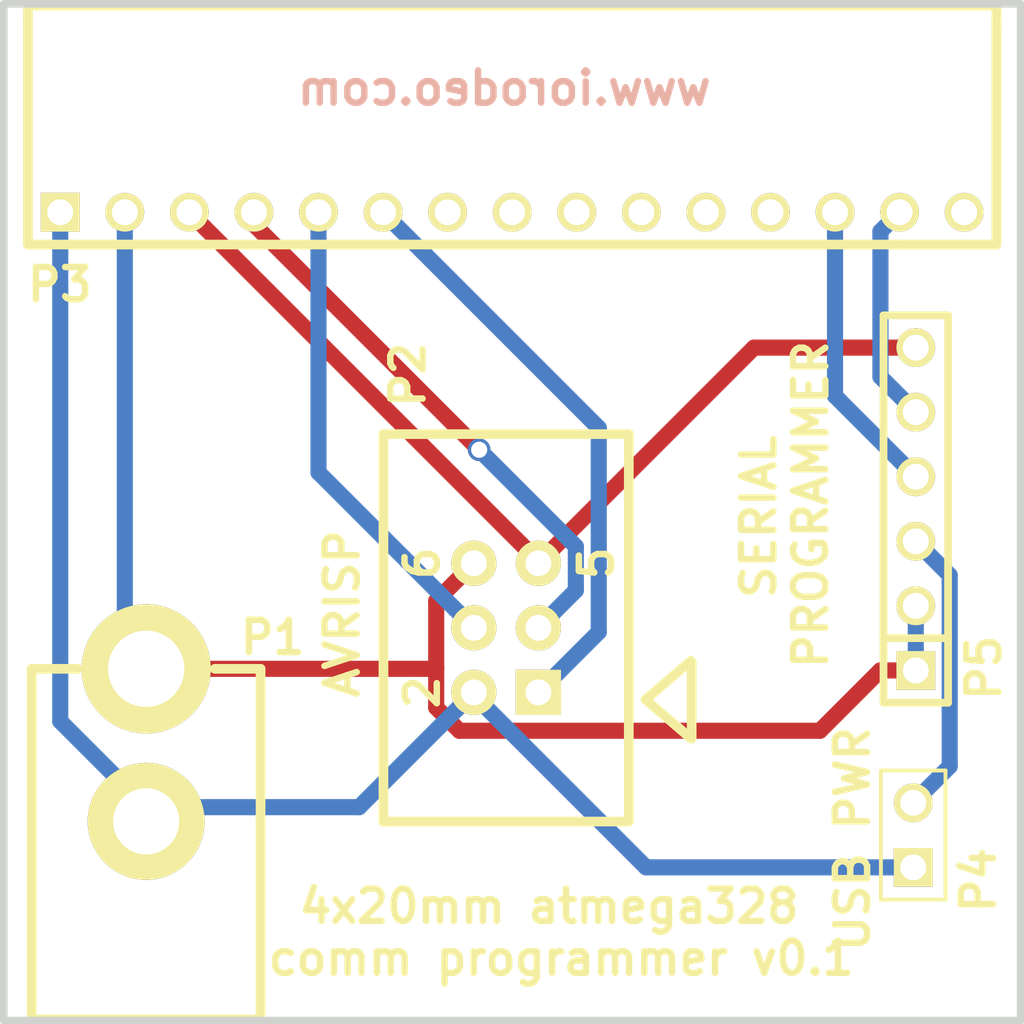
<source format=kicad_pcb>
(kicad_pcb (version 3) (host pcbnew "(2013-mar-13)-testing")

  (general
    (links 15)
    (no_connects 0)
    (area 47.63262 49.627499 90.150001 90.406221)
    (thickness 1.6)
    (drawings 9)
    (tracks 42)
    (zones 0)
    (modules 5)
    (nets 17)
  )

  (page A4)
  (layers
    (15 F.Cu signal)
    (0 B.Cu signal)
    (16 B.Adhes user)
    (17 F.Adhes user)
    (18 B.Paste user)
    (19 F.Paste user)
    (20 B.SilkS user)
    (21 F.SilkS user)
    (22 B.Mask user)
    (23 F.Mask user)
    (24 Dwgs.User user)
    (25 Cmts.User user)
    (26 Eco1.User user)
    (27 Eco2.User user)
    (28 Edge.Cuts user)
  )

  (setup
    (last_trace_width 0.635)
    (trace_clearance 0.254)
    (zone_clearance 0.508)
    (zone_45_only no)
    (trace_min 0.254)
    (segment_width 0.2)
    (edge_width 0.1)
    (via_size 0.889)
    (via_drill 0.635)
    (via_min_size 0.889)
    (via_min_drill 0.508)
    (uvia_size 0.508)
    (uvia_drill 0.127)
    (uvias_allowed no)
    (uvia_min_size 0.508)
    (uvia_min_drill 0.127)
    (pcb_text_width 0.3)
    (pcb_text_size 1.5 1.5)
    (mod_edge_width 0.15)
    (mod_text_size 1 1)
    (mod_text_width 0.15)
    (pad_size 1.5 1.5)
    (pad_drill 0.6)
    (pad_to_mask_clearance 0)
    (aux_axis_origin 0 0)
    (visible_elements FFFFFF7F)
    (pcbplotparams
      (layerselection 284196865)
      (usegerberextensions true)
      (excludeedgelayer true)
      (linewidth 0.150000)
      (plotframeref false)
      (viasonmask false)
      (mode 1)
      (useauxorigin false)
      (hpglpennumber 1)
      (hpglpenspeed 20)
      (hpglpendiameter 15)
      (hpglpenoverlay 2)
      (psnegative false)
      (psa4output false)
      (plotreference true)
      (plotvalue true)
      (plotothertext true)
      (plotinvisibletext false)
      (padsonsilk false)
      (subtractmaskfromsilk false)
      (outputformat 1)
      (mirror false)
      (drillshape 0)
      (scaleselection 1)
      (outputdirectory gerber_v0p1/))
  )

  (net 0 "")
  (net 1 +5V)
  (net 2 /MISO)
  (net 3 /MOSI)
  (net 4 /RX)
  (net 5 /SCK)
  (net 6 /TX)
  (net 7 /~RST)
  (net 8 GND)
  (net 9 N-0000010)
  (net 10 N-0000011)
  (net 11 N-0000014)
  (net 12 N-000005)
  (net 13 N-000006)
  (net 14 N-000007)
  (net 15 N-000008)
  (net 16 N-000009)

  (net_class Default "This is the default net class."
    (clearance 0.254)
    (trace_width 0.635)
    (via_dia 0.889)
    (via_drill 0.635)
    (uvia_dia 0.508)
    (uvia_drill 0.127)
    (add_net "")
    (add_net +5V)
    (add_net /MISO)
    (add_net /MOSI)
    (add_net /RX)
    (add_net /SCK)
    (add_net /TX)
    (add_net /~RST)
    (add_net GND)
    (add_net N-0000010)
    (add_net N-0000011)
    (add_net N-0000014)
    (add_net N-000005)
    (add_net N-000006)
    (add_net N-000007)
    (add_net N-000008)
    (add_net N-000009)
  )

  (module DCJACK_2PIN (layer F.Cu) (tedit 52412CDE) (tstamp 5240C0DC)
    (at 55.6006 76.1619 270)
    (path /5240B8CC)
    (fp_text reference P1 (at -1.2319 -4.9784 360) (layer F.SilkS)
      (effects (font (size 1.27 1.27) (thickness 0.254)))
    )
    (fp_text value CONN_2 (at 7.8994 6.79958 270) (layer F.SilkS) hide
      (effects (font (thickness 0.3048)))
    )
    (fp_line (start 0 -2.70002) (end 0 -4.50088) (layer F.SilkS) (width 0.381))
    (fp_line (start 0 -4.50088) (end 13.79982 -4.50088) (layer F.SilkS) (width 0.381))
    (fp_line (start 13.79982 -4.50088) (end 13.79982 4.39928) (layer F.SilkS) (width 0.381))
    (fp_line (start 13.79982 4.39928) (end 13.79982 4.50088) (layer F.SilkS) (width 0.381))
    (fp_line (start 13.79982 4.50088) (end 0 4.50088) (layer F.SilkS) (width 0.381))
    (fp_line (start 0 4.50088) (end 0 2.70002) (layer F.SilkS) (width 0.381))
    (pad 1 thru_hole circle (at 0 0 270) (size 5.08 5.08) (drill 2.99974)
      (layers *.Cu *.Mask F.SilkS)
      (net 8 GND)
    )
    (pad 2 thru_hole circle (at 5.99948 0 270) (size 4.59994 4.59994) (drill 2.60096)
      (layers *.Cu *.Mask F.SilkS)
      (net 1 +5V)
    )
  )

  (module 3X2_SHRD_HEADER (layer F.Cu) (tedit 52412CF1) (tstamp 5240C0F0)
    (at 69.7611 74.549 90)
    (path /5240BA0F)
    (fp_text reference P2 (at 9.9568 -3.8608 90) (layer F.SilkS)
      (effects (font (size 1.27 1.27) (thickness 0.254)))
    )
    (fp_text value CONN_3X2 (at 5.19938 6.2992 90) (layer F.SilkS) hide
      (effects (font (thickness 0.3048)))
    )
    (fp_text user 5 (at 2.54 3.556 90) (layer F.SilkS)
      (effects (font (size 1.27 1.27) (thickness 0.254)))
    )
    (fp_text user 6 (at 2.54 -3.302 90) (layer F.SilkS)
      (effects (font (size 1.27 1.27) (thickness 0.254)))
    )
    (fp_line (start -7.62 4.826) (end 7.62 4.826) (layer F.SilkS) (width 0.381))
    (fp_line (start -7.62 -4.826) (end 7.62 -4.826) (layer F.SilkS) (width 0.381))
    (fp_line (start 7.62 -4.826) (end 7.62 4.826) (layer F.SilkS) (width 0.381))
    (fp_line (start -7.62 4.826) (end -7.62 -4.826) (layer F.SilkS) (width 0.381))
    (fp_line (start -4.36118 7.29996) (end -1.3589 7.29996) (layer F.SilkS) (width 0.381))
    (fp_text user 2 (at -2.54 -3.302 90) (layer F.SilkS)
      (effects (font (size 1.27 1.27) (thickness 0.254)))
    )
    (fp_line (start -2.82448 5.48894) (end -4.34848 7.26694) (layer F.SilkS) (width 0.381))
    (fp_line (start -1.30048 7.2644) (end -2.82448 5.4864) (layer F.SilkS) (width 0.381))
    (pad 1 thru_hole rect (at -2.54 1.27 90) (size 1.778 1.778) (drill 1.016)
      (layers *.Cu *.Mask F.SilkS)
      (net 2 /MISO)
    )
    (pad 2 thru_hole circle (at -2.54 -1.27 90) (size 1.778 1.778) (drill 1.016)
      (layers *.Cu *.Mask F.SilkS)
      (net 1 +5V)
    )
    (pad 3 thru_hole circle (at 0 1.27 90) (size 1.778 1.778) (drill 1.016)
      (layers *.Cu *.Mask F.SilkS)
      (net 5 /SCK)
    )
    (pad 4 thru_hole circle (at 0 -1.27 90) (size 1.778 1.778) (drill 1.016)
      (layers *.Cu *.Mask F.SilkS)
      (net 3 /MOSI)
    )
    (pad 5 thru_hole circle (at 2.54 1.27 90) (size 1.778 1.778) (drill 1.016)
      (layers *.Cu *.Mask F.SilkS)
      (net 7 /~RST)
    )
    (pad 6 thru_hole circle (at 2.54 -1.27 90) (size 1.778 1.778) (drill 1.016)
      (layers *.Cu *.Mask F.SilkS)
      (net 8 GND)
    )
  )

  (module HEADER_TOP (layer F.Cu) (tedit 52412CCB) (tstamp 5240C10D)
    (at 70 58.2)
    (path /5240B882)
    (fp_text reference P3 (at -17.8 2.85) (layer F.SilkS)
      (effects (font (size 1.27 1.27) (thickness 0.254)))
    )
    (fp_text value CONN15 (at 7.62 -4.572) (layer F.SilkS) hide
      (effects (font (thickness 0.3048)))
    )
    (fp_line (start 15.24 -8.128) (end 19.05 -8.128) (layer F.SilkS) (width 0.381))
    (fp_line (start 19.05 -8.128) (end 19.05 -7.366) (layer F.SilkS) (width 0.381))
    (fp_line (start -15.24 -8.128) (end -19.05 -8.128) (layer F.SilkS) (width 0.381))
    (fp_line (start -19.05 -8.128) (end -19.05 -7.62) (layer F.SilkS) (width 0.381))
    (fp_line (start -15.24 1.27) (end -19.05 1.27) (layer F.SilkS) (width 0.381))
    (fp_line (start -19.05 1.27) (end -19.05 -7.62) (layer F.SilkS) (width 0.381))
    (fp_line (start 15.24 1.27) (end 19.05 1.27) (layer F.SilkS) (width 0.381))
    (fp_line (start 19.05 1.27) (end 19.05 -7.62) (layer F.SilkS) (width 0.381))
    (fp_line (start 15.24 1.27) (end -15.24 1.27) (layer F.SilkS) (width 0.381))
    (fp_line (start -15.24 -8.128) (end 15.24 -8.128) (layer F.SilkS) (width 0.381))
    (pad 1 thru_hole rect (at -17.78 0) (size 1.524 1.524) (drill 1.016)
      (layers *.Cu *.Mask F.SilkS)
      (net 1 +5V)
    )
    (pad 2 thru_hole circle (at -15.24 0) (size 1.524 1.524) (drill 1.016)
      (layers *.Cu *.Mask F.SilkS)
      (net 8 GND)
    )
    (pad 3 thru_hole circle (at -12.7 0) (size 1.524 1.524) (drill 1.016)
      (layers *.Cu *.Mask F.SilkS)
      (net 7 /~RST)
    )
    (pad 4 thru_hole circle (at -10.16 0) (size 1.524 1.524) (drill 1.016)
      (layers *.Cu *.Mask F.SilkS)
      (net 5 /SCK)
    )
    (pad 5 thru_hole circle (at -7.62 0) (size 1.524 1.524) (drill 1.016)
      (layers *.Cu *.Mask F.SilkS)
      (net 3 /MOSI)
    )
    (pad 6 thru_hole circle (at -5.08 0) (size 1.524 1.524) (drill 1.016)
      (layers *.Cu *.Mask F.SilkS)
      (net 2 /MISO)
    )
    (pad 7 thru_hole circle (at -2.54 0) (size 1.524 1.524) (drill 1.016)
      (layers *.Cu *.Mask F.SilkS)
      (net 10 N-0000011)
    )
    (pad 8 thru_hole circle (at 0 0) (size 1.524 1.524) (drill 1.016)
      (layers *.Cu *.Mask F.SilkS)
      (net 9 N-0000010)
    )
    (pad 9 thru_hole circle (at 2.54 0) (size 1.524 1.524) (drill 1.016)
      (layers *.Cu *.Mask F.SilkS)
      (net 16 N-000009)
    )
    (pad 10 thru_hole circle (at 5.08 0) (size 1.524 1.524) (drill 1.016)
      (layers *.Cu *.Mask F.SilkS)
      (net 15 N-000008)
    )
    (pad 11 thru_hole circle (at 7.62 0) (size 1.524 1.524) (drill 1.016)
      (layers *.Cu *.Mask F.SilkS)
      (net 14 N-000007)
    )
    (pad 12 thru_hole circle (at 10.16 0) (size 1.524 1.524) (drill 1.016)
      (layers *.Cu *.Mask F.SilkS)
      (net 13 N-000006)
    )
    (pad 13 thru_hole circle (at 12.7 0) (size 1.524 1.524) (drill 1.016)
      (layers *.Cu *.Mask F.SilkS)
      (net 4 /RX)
    )
    (pad 14 thru_hole circle (at 15.24 0) (size 1.524 1.524) (drill 1.016)
      (layers *.Cu *.Mask F.SilkS)
      (net 6 /TX)
    )
    (pad 15 thru_hole circle (at 17.78 0) (size 1.524 1.524) (drill 1.016)
      (layers *.Cu *.Mask F.SilkS)
      (net 12 N-000005)
    )
  )

  (module PIN_ARRAY_2X1 (layer F.Cu) (tedit 52412D12) (tstamp 52412C7A)
    (at 85.7758 82.7024 90)
    (descr "Connecteurs 2 pins")
    (tags "CONN DEV")
    (path /52412B1A)
    (fp_text reference P4 (at -1.778 2.5654 90) (layer F.SilkS)
      (effects (font (size 1.27 1.27) (thickness 0.254)))
    )
    (fp_text value CONN_2 (at 0 -1.905 90) (layer F.SilkS) hide
      (effects (font (size 0.762 0.762) (thickness 0.1524)))
    )
    (fp_line (start -2.54 1.27) (end -2.54 -1.27) (layer F.SilkS) (width 0.1524))
    (fp_line (start -2.54 -1.27) (end 2.54 -1.27) (layer F.SilkS) (width 0.1524))
    (fp_line (start 2.54 -1.27) (end 2.54 1.27) (layer F.SilkS) (width 0.1524))
    (fp_line (start 2.54 1.27) (end -2.54 1.27) (layer F.SilkS) (width 0.1524))
    (pad 1 thru_hole rect (at -1.27 0 90) (size 1.524 1.524) (drill 1.016)
      (layers *.Cu *.Mask F.SilkS)
      (net 1 +5V)
    )
    (pad 2 thru_hole circle (at 1.27 0 90) (size 1.524 1.524) (drill 1.016)
      (layers *.Cu *.Mask F.SilkS)
      (net 11 N-0000014)
    )
    (model pin_array/pins_array_2x1.wrl
      (at (xyz 0 0 0))
      (scale (xyz 1 1 1))
      (rotate (xyz 0 0 0))
    )
  )

  (module PIN_ARRAY-6X1 (layer F.Cu) (tedit 52412D02) (tstamp 52412C89)
    (at 85.8774 69.8754 90)
    (descr "Connecteur 6 pins")
    (tags "CONN DEV")
    (path /524129A8)
    (fp_text reference P5 (at -6.2484 2.6797 90) (layer F.SilkS)
      (effects (font (size 1.27 1.27) (thickness 0.254)))
    )
    (fp_text value CONN_6 (at 0 2.159 90) (layer F.SilkS) hide
      (effects (font (size 1.016 0.889) (thickness 0.2032)))
    )
    (fp_line (start -7.62 1.27) (end -7.62 -1.27) (layer F.SilkS) (width 0.3048))
    (fp_line (start -7.62 -1.27) (end 7.62 -1.27) (layer F.SilkS) (width 0.3048))
    (fp_line (start 7.62 -1.27) (end 7.62 1.27) (layer F.SilkS) (width 0.3048))
    (fp_line (start 7.62 1.27) (end -7.62 1.27) (layer F.SilkS) (width 0.3048))
    (fp_line (start -5.08 1.27) (end -5.08 -1.27) (layer F.SilkS) (width 0.3048))
    (pad 1 thru_hole rect (at -6.35 0 90) (size 1.524 1.524) (drill 1.016)
      (layers *.Cu *.Mask F.SilkS)
      (net 8 GND)
    )
    (pad 2 thru_hole circle (at -3.81 0 90) (size 1.524 1.524) (drill 1.016)
      (layers *.Cu *.Mask F.SilkS)
      (net 8 GND)
    )
    (pad 3 thru_hole circle (at -1.27 0 90) (size 1.524 1.524) (drill 1.016)
      (layers *.Cu *.Mask F.SilkS)
      (net 11 N-0000014)
    )
    (pad 4 thru_hole circle (at 1.27 0 90) (size 1.524 1.524) (drill 1.016)
      (layers *.Cu *.Mask F.SilkS)
      (net 4 /RX)
    )
    (pad 5 thru_hole circle (at 3.81 0 90) (size 1.524 1.524) (drill 1.016)
      (layers *.Cu *.Mask F.SilkS)
      (net 6 /TX)
    )
    (pad 6 thru_hole circle (at 6.35 0 90) (size 1.524 1.524) (drill 1.016)
      (layers *.Cu *.Mask F.SilkS)
      (net 7 /~RST)
    )
    (model pin_array/pins_array_6x1.wrl
      (at (xyz 0 0 0))
      (scale (xyz 1 1 1))
      (rotate (xyz 0 0 0))
    )
  )

  (gr_text "4x20mm atmega328 \ncomm programmer v0.1" (at 71.9328 86.5251) (layer F.SilkS)
    (effects (font (size 1.27 1.27) (thickness 0.254)))
  )
  (gr_text "USB PWR" (at 83.3882 82.8548 90) (layer F.SilkS)
    (effects (font (size 1.27 1.27) (thickness 0.254)))
  )
  (gr_text "SERIAL \nPROGRAMMER" (at 80.7212 69.6976 90) (layer F.SilkS)
    (effects (font (size 1.27 1.27) (thickness 0.254)))
  )
  (gr_text www.iorodeo.com (at 69.6849 53.3146) (layer B.SilkS)
    (effects (font (size 1.27 1.27) (thickness 0.254)) (justify mirror))
  )
  (gr_text AVRISP (at 63.3095 73.9902 90) (layer F.SilkS)
    (effects (font (size 1.27 1.27) (thickness 0.254)))
  )
  (gr_line (start 90 90) (end 90 50) (angle 90) (layer Edge.Cuts) (width 0.3))
  (gr_line (start 50 90) (end 90 90) (angle 90) (layer Edge.Cuts) (width 0.3))
  (gr_line (start 50 50) (end 50 90) (angle 90) (layer Edge.Cuts) (width 0.3))
  (gr_line (start 90 50) (end 50 50) (angle 90) (layer Edge.Cuts) (width 0.3))

  (segment (start 55.6006 81.6045) (end 55.6006 82.1614) (width 0.635) (layer B.Cu) (net 1))
  (segment (start 52.22 78.2239) (end 55.6006 81.6045) (width 0.635) (layer B.Cu) (net 1))
  (segment (start 52.22 58.2) (end 52.22 78.2239) (width 0.635) (layer B.Cu) (net 1))
  (segment (start 63.9756 81.6045) (end 68.4911 77.089) (width 0.635) (layer B.Cu) (net 1))
  (segment (start 55.6006 81.6045) (end 63.9756 81.6045) (width 0.635) (layer B.Cu) (net 1))
  (segment (start 68.4911 77.197) (end 68.4911 77.089) (width 0.635) (layer B.Cu) (net 1))
  (segment (start 75.2665 83.9724) (end 68.4911 77.197) (width 0.635) (layer B.Cu) (net 1))
  (segment (start 85.7758 83.9724) (end 75.2665 83.9724) (width 0.635) (layer B.Cu) (net 1))
  (segment (start 73.4055 66.6855) (end 64.92 58.2) (width 0.635) (layer B.Cu) (net 2))
  (segment (start 73.4055 74.7146) (end 73.4055 66.6855) (width 0.635) (layer B.Cu) (net 2))
  (segment (start 71.0311 77.089) (end 73.4055 74.7146) (width 0.635) (layer B.Cu) (net 2))
  (segment (start 62.38 68.4379) (end 68.4911 74.549) (width 0.635) (layer B.Cu) (net 3))
  (segment (start 62.38 58.2) (end 62.38 68.4379) (width 0.635) (layer B.Cu) (net 3))
  (segment (start 82.7 65.428) (end 82.7 58.2) (width 0.635) (layer B.Cu) (net 4))
  (segment (start 85.8774 68.6054) (end 82.7 65.428) (width 0.635) (layer B.Cu) (net 4))
  (via (at 68.7012 67.5439) (size 0.889) (layers F.Cu B.Cu) (net 5))
  (segment (start 72.5041 73.076) (end 71.0311 74.549) (width 0.635) (layer B.Cu) (net 5))
  (segment (start 72.5041 71.3468) (end 72.5041 73.076) (width 0.635) (layer B.Cu) (net 5))
  (segment (start 68.7012 67.5439) (end 72.5041 71.3468) (width 0.635) (layer B.Cu) (net 5))
  (segment (start 59.84 58.6827) (end 68.7012 67.5439) (width 0.635) (layer F.Cu) (net 5))
  (segment (start 59.84 58.2) (end 59.84 58.6827) (width 0.635) (layer F.Cu) (net 5))
  (segment (start 84.4862 58.9538) (end 85.24 58.2) (width 0.635) (layer B.Cu) (net 6))
  (segment (start 84.4862 64.6742) (end 84.4862 58.9538) (width 0.635) (layer B.Cu) (net 6))
  (segment (start 85.8774 66.0654) (end 84.4862 64.6742) (width 0.635) (layer B.Cu) (net 6))
  (segment (start 79.5147 63.5254) (end 71.0311 72.009) (width 0.635) (layer F.Cu) (net 7))
  (segment (start 85.8774 63.5254) (end 79.5147 63.5254) (width 0.635) (layer F.Cu) (net 7))
  (segment (start 71.0311 71.9311) (end 71.0311 72.009) (width 0.635) (layer F.Cu) (net 7))
  (segment (start 57.3 58.2) (end 71.0311 71.9311) (width 0.635) (layer F.Cu) (net 7))
  (segment (start 85.8774 73.6854) (end 85.8774 76.2254) (width 0.635) (layer B.Cu) (net 8))
  (segment (start 54.76 75.3213) (end 55.6006 76.1619) (width 0.635) (layer B.Cu) (net 8))
  (segment (start 54.76 58.2) (end 54.76 75.3213) (width 0.635) (layer B.Cu) (net 8))
  (segment (start 85.8774 76.2254) (end 84.4804 76.2254) (width 0.635) (layer F.Cu) (net 8))
  (segment (start 67.0098 76.1619) (end 55.6006 76.1619) (width 0.635) (layer F.Cu) (net 8))
  (segment (start 67.0098 77.685) (end 67.0098 76.1619) (width 0.635) (layer F.Cu) (net 8))
  (segment (start 67.9235 78.5987) (end 67.0098 77.685) (width 0.635) (layer F.Cu) (net 8))
  (segment (start 82.1071 78.5987) (end 67.9235 78.5987) (width 0.635) (layer F.Cu) (net 8))
  (segment (start 84.4804 76.2254) (end 82.1071 78.5987) (width 0.635) (layer F.Cu) (net 8))
  (segment (start 67.0098 73.4903) (end 68.4911 72.009) (width 0.635) (layer F.Cu) (net 8))
  (segment (start 67.0098 76.1619) (end 67.0098 73.4903) (width 0.635) (layer F.Cu) (net 8))
  (segment (start 87.2113 79.9969) (end 85.7758 81.4324) (width 0.635) (layer B.Cu) (net 11))
  (segment (start 87.2113 72.4793) (end 87.2113 79.9969) (width 0.635) (layer B.Cu) (net 11))
  (segment (start 85.8774 71.1454) (end 87.2113 72.4793) (width 0.635) (layer B.Cu) (net 11))

)

</source>
